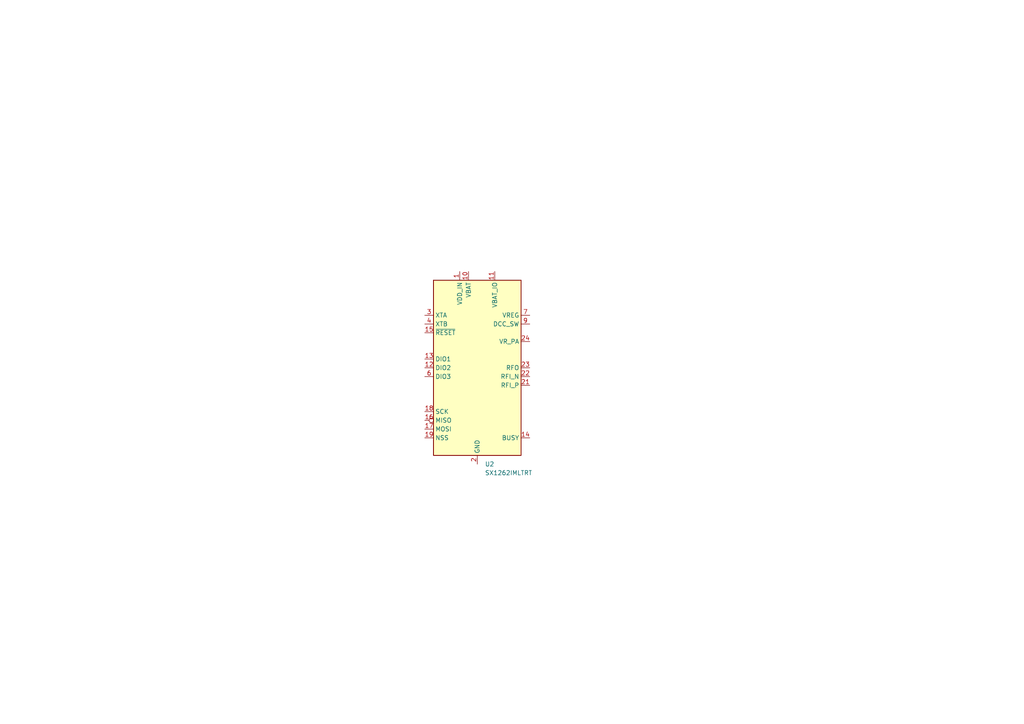
<source format=kicad_sch>
(kicad_sch (version 20231120) (generator "eeschema") (generator_version "8.0")
  (paper "A4")
  (lib_symbols
    (symbol "RF:SX1262IMLTRT"
      (property "Reference" "U" (at 13.97 24.13 0))
      (property "Value" "SX1262IMLTRT" (at 13.97 21.59 0))
      (symbol "SX1262IMLTRT_0_1"
        (rectangle (start -12.7 25.4) (end 12.7 -25.4) (stroke (width 0.254)) (fill (type background)))
      )
      (symbol "SX1262IMLTRT_1_1"
        (pin power_in line (at -5.08 27.94 270) (length 2.54) (name "VDD_IN") (number "1"))
        (pin power_in line (at -2.54 27.94 270) (length 2.54) (name "VBAT") (number "10"))
        (pin power_in line (at 5.08 27.94 270) (length 2.54) (name "VBAT_IO") (number "11"))
        (pin bidirectional line (at -15.24 0 0) (length 2.54) (name "DIO2") (number "12"))
        (pin bidirectional line (at -15.24 2.54 0) (length 2.54) (name "DIO1") (number "13"))
        (pin output line (at 15.24 -20.32 180) (length 2.54) (name "BUSY") (number "14"))
        (pin input line (at -15.24 10.16 0) (length 2.54) (name "~{RESET}") (number "15"))
        (pin tri_state inverted (at -15.24 -15.24 0) (length 2.54) (name "MISO") (number "16"))
        (pin input line (at -15.24 -17.78 0) (length 2.54) (name "MOSI") (number "17"))
        (pin input line (at -15.24 -12.7 0) (length 2.54) (name "SCK") (number "18"))
        (pin input line (at -15.24 -20.32 0) (length 2.54) (name "NSS") (number "19"))
        (pin power_in line (at 0 -27.94 90) (length 2.54) (name "GND") (number "2"))
        (pin passive line (at 0 -27.94 90) (length 2.54) hide (name "GND") (number "20"))
        (pin input line (at 15.24 -5.08 180) (length 2.54) (name "RFI_P") (number "21"))
        (pin input line (at 15.24 -2.54 180) (length 2.54) (name "RFI_N") (number "22"))
        (pin output line (at 15.24 0 180) (length 2.54) (name "RFO") (number "23"))
        (pin power_out line (at 15.24 7.62 180) (length 2.54) (name "VR_PA") (number "24"))
        (pin passive line (at 0 -27.94 90) (length 2.54) hide (name "GND") (number "25"))
        (pin bidirectional line (at -15.24 15.24 0) (length 2.54) (name "XTA") (number "3"))
        (pin bidirectional line (at -15.24 12.7 0) (length 2.54) (name "XTB") (number "4"))
        (pin passive line (at 0 -27.94 90) (length 2.54) hide (name "GND") (number "5"))
        (pin bidirectional line (at -15.24 -2.54 0) (length 2.54) (name "DIO3") (number "6"))
        (pin power_out line (at 15.24 15.24 180) (length 2.54) (name "VREG") (number "7"))
        (pin passive line (at 0 -27.94 90) (length 2.54) hide (name "GND") (number "8"))
        (pin power_out line (at 15.24 12.7 180) (length 2.54) (name "DCC_SW") (number "9"))
      )
    )
  )
  (symbol (lib_id "RF:SX1262IMLTRT") (at 138.43 106.68 0) (unit 1)
    (property "Reference" "U2" (at 140.6241 134.62 0) (effects (justify left)))
    (property "Value" "SX1262IMLTRT" (at 140.6241 137.16 0) (effects (justify left)))
    (property "Footprint" "Package_DFN_QFN:QFN-24-1EP_4x4mm_P0.5mm_EP2.6x2.6mm" (effects (hide yes)))
    (property "Datasheet" "https://semtech.file.force.com/sfc/dist/version/download/?oid=00DE0000000JelG&ids=0682R00000IjPWSQA3&d=%2Fa%2F2R000000Un7F%2FyT.fKdAr9ZAo3cJLc4F2cBdUsMftpT2vsOICP7NmvMo" (effects (hide yes)))
    (property "Description" "150 MHz to 960 MHz Low Power Long Range Transceiver, 22dBm output power, spreading factor from 5 to 12, LoRA, QFN-24" (effects (hide yes)))
  )
)
</source>
